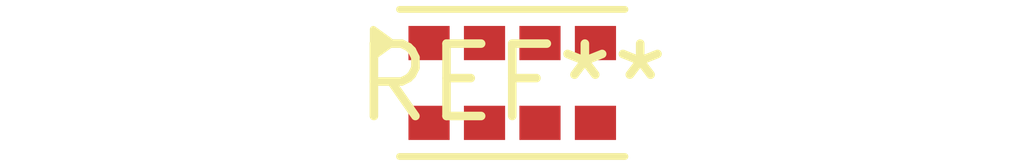
<source format=kicad_pcb>
(kicad_pcb (version 20240108) (generator pcbnew)
  (layers (0 "F.Cu" signal) (31 "B.Cu" signal) (34 "B.Paste" user) (35 "F.Paste" user) (36 "B.SilkS" user "B.Silkscreen") (37 "F.SilkS" user "F.Silkscreen") (38 "B.Mask" user) (39 "F.Mask" user) (44 "Edge.Cuts" user))
  (net 0 "")
  (footprint "Avago_APDS-9960" (layer "F.Cu") (at 0 0)
    (property "Reference" "REF**")
    (property "Value" "Avago_APDS-9960")
    (fp_line (start -1.97 -1.29) (end 1.97 -1.29) (layer "F.SilkS") (stroke (width 0.12)))
    (fp_line (start -1.97 1.29) (end 1.97 1.29) (layer "F.SilkS") (stroke (width 0.12)))
    (fp_poly (pts (xy -2.1 -0.7) (xy -2.43 -0.46) (xy -2.43 -0.94) (xy -2.1 -0.7)) (layer "F.SilkS") (stroke (width 0.12)) (fill solid))
    (pad "1" smd rect (at -1.455 -0.7) (size 0.72 0.6) (layers "F.Cu" "F.Paste" "F.Mask"))
    (pad "2" smd rect (at -0.485 -0.7) (size 0.72 0.6) (layers "F.Cu" "F.Paste" "F.Mask"))
    (pad "3" smd rect (at 0.485 -0.7) (size 0.72 0.6) (layers "F.Cu" "F.Paste" "F.Mask"))
    (pad "4" smd rect (at 1.455 -0.7) (size 0.72 0.6) (layers "F.Cu" "F.Paste" "F.Mask"))
    (pad "5" smd rect (at 1.455 0.7) (size 0.72 0.6) (layers "F.Cu" "F.Paste" "F.Mask"))
    (pad "6" smd rect (at 0.485 0.7) (size 0.72 0.6) (layers "F.Cu" "F.Paste" "F.Mask"))
    (pad "7" smd rect (at -0.485 0.7) (size 0.72 0.6) (layers "F.Cu" "F.Paste" "F.Mask"))
    (pad "8" smd rect (at -1.455 0.7) (size 0.72 0.6) (layers "F.Cu" "F.Paste" "F.Mask"))
  )
)
</source>
